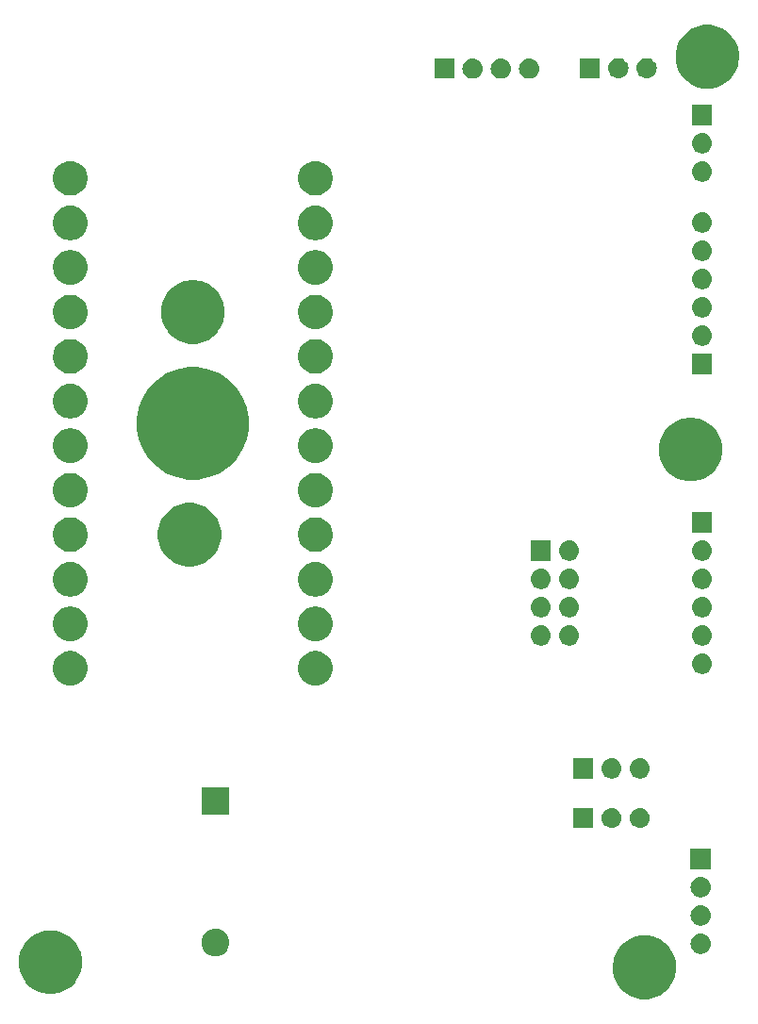
<source format=gbr>
G04 #@! TF.GenerationSoftware,KiCad,Pcbnew,5.1.1*
G04 #@! TF.CreationDate,2019-05-21T09:35:37+02:00*
G04 #@! TF.ProjectId,lunchbox-adapter,6c756e63-6862-46f7-982d-616461707465,rev?*
G04 #@! TF.SameCoordinates,PX6d20478PY83c6600*
G04 #@! TF.FileFunction,Soldermask,Bot*
G04 #@! TF.FilePolarity,Negative*
%FSLAX46Y46*%
G04 Gerber Fmt 4.6, Leading zero omitted, Abs format (unit mm)*
G04 Created by KiCad (PCBNEW 5.1.1) date 2019-05-21 09:35:37*
%MOMM*%
%LPD*%
G04 APERTURE LIST*
%ADD10C,0.100000*%
G04 APERTURE END LIST*
D10*
G36*
X58019706Y6221238D02*
G01*
X58538555Y6006324D01*
X58900279Y5764627D01*
X59005506Y5694317D01*
X59402617Y5297206D01*
X59439816Y5241534D01*
X59714624Y4830255D01*
X59929538Y4311406D01*
X59984319Y4036002D01*
X60039100Y3760600D01*
X60039100Y3199000D01*
X59929538Y2648194D01*
X59714624Y2129345D01*
X59402616Y1662393D01*
X59005507Y1265284D01*
X58538555Y953276D01*
X58019706Y738362D01*
X57468900Y628800D01*
X56907300Y628800D01*
X56356494Y738362D01*
X55837645Y953276D01*
X55370693Y1265284D01*
X54973584Y1662393D01*
X54661576Y2129345D01*
X54446662Y2648194D01*
X54337100Y3199000D01*
X54337100Y3760600D01*
X54391881Y4036002D01*
X54446662Y4311406D01*
X54661576Y4830255D01*
X54936384Y5241534D01*
X54973583Y5297206D01*
X55370694Y5694317D01*
X55475921Y5764627D01*
X55837645Y6006324D01*
X56356494Y6221238D01*
X56907300Y6330800D01*
X57468900Y6330800D01*
X58019706Y6221238D01*
X58019706Y6221238D01*
G37*
G36*
X4391602Y6733219D02*
G01*
X4667006Y6678438D01*
X5185855Y6463524D01*
X5652807Y6151516D01*
X6049916Y5754407D01*
X6361924Y5287455D01*
X6553011Y4826129D01*
X6576838Y4768605D01*
X6667781Y4311406D01*
X6686400Y4217799D01*
X6686400Y3656201D01*
X6576838Y3105394D01*
X6361924Y2586545D01*
X6111979Y2212476D01*
X6056434Y2129347D01*
X6049916Y2119593D01*
X5652807Y1722484D01*
X5185855Y1410476D01*
X4667006Y1195562D01*
X4391602Y1140781D01*
X4116200Y1086000D01*
X3554600Y1086000D01*
X3279198Y1140781D01*
X3003794Y1195562D01*
X2484945Y1410476D01*
X2017993Y1722484D01*
X1620884Y2119593D01*
X1614367Y2129347D01*
X1558821Y2212476D01*
X1308876Y2586545D01*
X1093962Y3105394D01*
X984400Y3656201D01*
X984400Y4217799D01*
X1003020Y4311406D01*
X1093962Y4768605D01*
X1117789Y4826129D01*
X1308876Y5287455D01*
X1620884Y5754407D01*
X2017993Y6151516D01*
X2484945Y6463524D01*
X3003794Y6678438D01*
X3279198Y6733219D01*
X3554600Y6788000D01*
X4116200Y6788000D01*
X4391602Y6733219D01*
X4391602Y6733219D01*
G37*
G36*
X18914239Y6947899D02*
G01*
X19150053Y6876366D01*
X19367381Y6760201D01*
X19557871Y6603871D01*
X19714201Y6413381D01*
X19830366Y6196053D01*
X19901899Y5960239D01*
X19926053Y5715000D01*
X19901899Y5469761D01*
X19830366Y5233947D01*
X19714201Y5016619D01*
X19557871Y4826129D01*
X19367381Y4669799D01*
X19150053Y4553634D01*
X18914239Y4482101D01*
X18730457Y4464000D01*
X18607543Y4464000D01*
X18423761Y4482101D01*
X18187947Y4553634D01*
X17970619Y4669799D01*
X17780129Y4826129D01*
X17623799Y5016619D01*
X17507634Y5233947D01*
X17436101Y5469761D01*
X17411947Y5715000D01*
X17436101Y5960239D01*
X17507634Y6196053D01*
X17623799Y6413381D01*
X17780129Y6603871D01*
X17970619Y6760201D01*
X18187947Y6876366D01*
X18423761Y6947899D01*
X18607543Y6966000D01*
X18730457Y6966000D01*
X18914239Y6947899D01*
X18914239Y6947899D01*
G37*
G36*
X62340443Y6482481D02*
G01*
X62406627Y6475963D01*
X62576466Y6424443D01*
X62732991Y6340778D01*
X62745149Y6330800D01*
X62870186Y6228186D01*
X62953448Y6126729D01*
X62982778Y6090991D01*
X63066443Y5934466D01*
X63117963Y5764627D01*
X63135359Y5588000D01*
X63117963Y5411373D01*
X63066443Y5241534D01*
X62982778Y5085009D01*
X62953448Y5049271D01*
X62870186Y4947814D01*
X62768729Y4864552D01*
X62732991Y4835222D01*
X62576466Y4751557D01*
X62406627Y4700037D01*
X62340442Y4693518D01*
X62274260Y4687000D01*
X62185740Y4687000D01*
X62119558Y4693518D01*
X62053373Y4700037D01*
X61883534Y4751557D01*
X61727009Y4835222D01*
X61691271Y4864552D01*
X61589814Y4947814D01*
X61506552Y5049271D01*
X61477222Y5085009D01*
X61393557Y5241534D01*
X61342037Y5411373D01*
X61324641Y5588000D01*
X61342037Y5764627D01*
X61393557Y5934466D01*
X61477222Y6090991D01*
X61506552Y6126729D01*
X61589814Y6228186D01*
X61714851Y6330800D01*
X61727009Y6340778D01*
X61883534Y6424443D01*
X62053373Y6475963D01*
X62119557Y6482481D01*
X62185740Y6489000D01*
X62274260Y6489000D01*
X62340443Y6482481D01*
X62340443Y6482481D01*
G37*
G36*
X62340443Y9022481D02*
G01*
X62406627Y9015963D01*
X62576466Y8964443D01*
X62732991Y8880778D01*
X62768729Y8851448D01*
X62870186Y8768186D01*
X62953448Y8666729D01*
X62982778Y8630991D01*
X63066443Y8474466D01*
X63117963Y8304627D01*
X63135359Y8128000D01*
X63117963Y7951373D01*
X63066443Y7781534D01*
X62982778Y7625009D01*
X62953448Y7589271D01*
X62870186Y7487814D01*
X62768729Y7404552D01*
X62732991Y7375222D01*
X62576466Y7291557D01*
X62406627Y7240037D01*
X62340443Y7233519D01*
X62274260Y7227000D01*
X62185740Y7227000D01*
X62119557Y7233519D01*
X62053373Y7240037D01*
X61883534Y7291557D01*
X61727009Y7375222D01*
X61691271Y7404552D01*
X61589814Y7487814D01*
X61506552Y7589271D01*
X61477222Y7625009D01*
X61393557Y7781534D01*
X61342037Y7951373D01*
X61324641Y8128000D01*
X61342037Y8304627D01*
X61393557Y8474466D01*
X61477222Y8630991D01*
X61506552Y8666729D01*
X61589814Y8768186D01*
X61691271Y8851448D01*
X61727009Y8880778D01*
X61883534Y8964443D01*
X62053373Y9015963D01*
X62119557Y9022481D01*
X62185740Y9029000D01*
X62274260Y9029000D01*
X62340443Y9022481D01*
X62340443Y9022481D01*
G37*
G36*
X62340442Y11562482D02*
G01*
X62406627Y11555963D01*
X62576466Y11504443D01*
X62732991Y11420778D01*
X62768729Y11391448D01*
X62870186Y11308186D01*
X62953448Y11206729D01*
X62982778Y11170991D01*
X63066443Y11014466D01*
X63117963Y10844627D01*
X63135359Y10668000D01*
X63117963Y10491373D01*
X63066443Y10321534D01*
X62982778Y10165009D01*
X62953448Y10129271D01*
X62870186Y10027814D01*
X62768729Y9944552D01*
X62732991Y9915222D01*
X62576466Y9831557D01*
X62406627Y9780037D01*
X62340443Y9773519D01*
X62274260Y9767000D01*
X62185740Y9767000D01*
X62119557Y9773519D01*
X62053373Y9780037D01*
X61883534Y9831557D01*
X61727009Y9915222D01*
X61691271Y9944552D01*
X61589814Y10027814D01*
X61506552Y10129271D01*
X61477222Y10165009D01*
X61393557Y10321534D01*
X61342037Y10491373D01*
X61324641Y10668000D01*
X61342037Y10844627D01*
X61393557Y11014466D01*
X61477222Y11170991D01*
X61506552Y11206729D01*
X61589814Y11308186D01*
X61691271Y11391448D01*
X61727009Y11420778D01*
X61883534Y11504443D01*
X62053373Y11555963D01*
X62119558Y11562482D01*
X62185740Y11569000D01*
X62274260Y11569000D01*
X62340442Y11562482D01*
X62340442Y11562482D01*
G37*
G36*
X63131000Y12307000D02*
G01*
X61329000Y12307000D01*
X61329000Y14109000D01*
X63131000Y14109000D01*
X63131000Y12307000D01*
X63131000Y12307000D01*
G37*
G36*
X54339443Y17785481D02*
G01*
X54405627Y17778963D01*
X54575466Y17727443D01*
X54731991Y17643778D01*
X54767729Y17614448D01*
X54869186Y17531186D01*
X54952448Y17429729D01*
X54981778Y17393991D01*
X55065443Y17237466D01*
X55116963Y17067627D01*
X55134359Y16891000D01*
X55116963Y16714373D01*
X55065443Y16544534D01*
X54981778Y16388009D01*
X54952448Y16352271D01*
X54869186Y16250814D01*
X54767729Y16167552D01*
X54731991Y16138222D01*
X54575466Y16054557D01*
X54405627Y16003037D01*
X54339442Y15996518D01*
X54273260Y15990000D01*
X54184740Y15990000D01*
X54118558Y15996518D01*
X54052373Y16003037D01*
X53882534Y16054557D01*
X53726009Y16138222D01*
X53690271Y16167552D01*
X53588814Y16250814D01*
X53505552Y16352271D01*
X53476222Y16388009D01*
X53392557Y16544534D01*
X53341037Y16714373D01*
X53323641Y16891000D01*
X53341037Y17067627D01*
X53392557Y17237466D01*
X53476222Y17393991D01*
X53505552Y17429729D01*
X53588814Y17531186D01*
X53690271Y17614448D01*
X53726009Y17643778D01*
X53882534Y17727443D01*
X54052373Y17778963D01*
X54118557Y17785481D01*
X54184740Y17792000D01*
X54273260Y17792000D01*
X54339443Y17785481D01*
X54339443Y17785481D01*
G37*
G36*
X52590000Y15990000D02*
G01*
X50788000Y15990000D01*
X50788000Y17792000D01*
X52590000Y17792000D01*
X52590000Y15990000D01*
X52590000Y15990000D01*
G37*
G36*
X56879443Y17785481D02*
G01*
X56945627Y17778963D01*
X57115466Y17727443D01*
X57271991Y17643778D01*
X57307729Y17614448D01*
X57409186Y17531186D01*
X57492448Y17429729D01*
X57521778Y17393991D01*
X57605443Y17237466D01*
X57656963Y17067627D01*
X57674359Y16891000D01*
X57656963Y16714373D01*
X57605443Y16544534D01*
X57521778Y16388009D01*
X57492448Y16352271D01*
X57409186Y16250814D01*
X57307729Y16167552D01*
X57271991Y16138222D01*
X57115466Y16054557D01*
X56945627Y16003037D01*
X56879442Y15996518D01*
X56813260Y15990000D01*
X56724740Y15990000D01*
X56658558Y15996518D01*
X56592373Y16003037D01*
X56422534Y16054557D01*
X56266009Y16138222D01*
X56230271Y16167552D01*
X56128814Y16250814D01*
X56045552Y16352271D01*
X56016222Y16388009D01*
X55932557Y16544534D01*
X55881037Y16714373D01*
X55863641Y16891000D01*
X55881037Y17067627D01*
X55932557Y17237466D01*
X56016222Y17393991D01*
X56045552Y17429729D01*
X56128814Y17531186D01*
X56230271Y17614448D01*
X56266009Y17643778D01*
X56422534Y17727443D01*
X56592373Y17778963D01*
X56658557Y17785481D01*
X56724740Y17792000D01*
X56813260Y17792000D01*
X56879443Y17785481D01*
X56879443Y17785481D01*
G37*
G36*
X19920000Y17164000D02*
G01*
X17418000Y17164000D01*
X17418000Y19666000D01*
X19920000Y19666000D01*
X19920000Y17164000D01*
X19920000Y17164000D01*
G37*
G36*
X52590000Y20435000D02*
G01*
X50788000Y20435000D01*
X50788000Y22237000D01*
X52590000Y22237000D01*
X52590000Y20435000D01*
X52590000Y20435000D01*
G37*
G36*
X54339442Y22230482D02*
G01*
X54405627Y22223963D01*
X54575466Y22172443D01*
X54731991Y22088778D01*
X54767729Y22059448D01*
X54869186Y21976186D01*
X54952448Y21874729D01*
X54981778Y21838991D01*
X55065443Y21682466D01*
X55116963Y21512627D01*
X55134359Y21336000D01*
X55116963Y21159373D01*
X55065443Y20989534D01*
X54981778Y20833009D01*
X54952448Y20797271D01*
X54869186Y20695814D01*
X54767729Y20612552D01*
X54731991Y20583222D01*
X54575466Y20499557D01*
X54405627Y20448037D01*
X54339442Y20441518D01*
X54273260Y20435000D01*
X54184740Y20435000D01*
X54118558Y20441518D01*
X54052373Y20448037D01*
X53882534Y20499557D01*
X53726009Y20583222D01*
X53690271Y20612552D01*
X53588814Y20695814D01*
X53505552Y20797271D01*
X53476222Y20833009D01*
X53392557Y20989534D01*
X53341037Y21159373D01*
X53323641Y21336000D01*
X53341037Y21512627D01*
X53392557Y21682466D01*
X53476222Y21838991D01*
X53505552Y21874729D01*
X53588814Y21976186D01*
X53690271Y22059448D01*
X53726009Y22088778D01*
X53882534Y22172443D01*
X54052373Y22223963D01*
X54118558Y22230482D01*
X54184740Y22237000D01*
X54273260Y22237000D01*
X54339442Y22230482D01*
X54339442Y22230482D01*
G37*
G36*
X56879442Y22230482D02*
G01*
X56945627Y22223963D01*
X57115466Y22172443D01*
X57271991Y22088778D01*
X57307729Y22059448D01*
X57409186Y21976186D01*
X57492448Y21874729D01*
X57521778Y21838991D01*
X57605443Y21682466D01*
X57656963Y21512627D01*
X57674359Y21336000D01*
X57656963Y21159373D01*
X57605443Y20989534D01*
X57521778Y20833009D01*
X57492448Y20797271D01*
X57409186Y20695814D01*
X57307729Y20612552D01*
X57271991Y20583222D01*
X57115466Y20499557D01*
X56945627Y20448037D01*
X56879442Y20441518D01*
X56813260Y20435000D01*
X56724740Y20435000D01*
X56658558Y20441518D01*
X56592373Y20448037D01*
X56422534Y20499557D01*
X56266009Y20583222D01*
X56230271Y20612552D01*
X56128814Y20695814D01*
X56045552Y20797271D01*
X56016222Y20833009D01*
X55932557Y20989534D01*
X55881037Y21159373D01*
X55863641Y21336000D01*
X55881037Y21512627D01*
X55932557Y21682466D01*
X56016222Y21838991D01*
X56045552Y21874729D01*
X56128814Y21976186D01*
X56230271Y22059448D01*
X56266009Y22088778D01*
X56422534Y22172443D01*
X56592373Y22223963D01*
X56658558Y22230482D01*
X56724740Y22237000D01*
X56813260Y22237000D01*
X56879442Y22230482D01*
X56879442Y22230482D01*
G37*
G36*
X5939585Y31845198D02*
G01*
X6089410Y31815396D01*
X6371674Y31698479D01*
X6625705Y31528741D01*
X6841741Y31312705D01*
X7011479Y31058674D01*
X7128396Y30776410D01*
X7188000Y30476760D01*
X7188000Y30171240D01*
X7128396Y29871590D01*
X7011479Y29589326D01*
X6841741Y29335295D01*
X6625705Y29119259D01*
X6371674Y28949521D01*
X6089410Y28832604D01*
X5939585Y28802802D01*
X5789761Y28773000D01*
X5484239Y28773000D01*
X5334415Y28802802D01*
X5184590Y28832604D01*
X4902326Y28949521D01*
X4648295Y29119259D01*
X4432259Y29335295D01*
X4262521Y29589326D01*
X4145604Y29871590D01*
X4086000Y30171240D01*
X4086000Y30476760D01*
X4145604Y30776410D01*
X4262521Y31058674D01*
X4432259Y31312705D01*
X4648295Y31528741D01*
X4902326Y31698479D01*
X5184590Y31815396D01*
X5334415Y31845198D01*
X5484239Y31875000D01*
X5789761Y31875000D01*
X5939585Y31845198D01*
X5939585Y31845198D01*
G37*
G36*
X27939585Y31845198D02*
G01*
X28089410Y31815396D01*
X28371674Y31698479D01*
X28625705Y31528741D01*
X28841741Y31312705D01*
X29011479Y31058674D01*
X29128396Y30776410D01*
X29188000Y30476760D01*
X29188000Y30171240D01*
X29128396Y29871590D01*
X29011479Y29589326D01*
X28841741Y29335295D01*
X28625705Y29119259D01*
X28371674Y28949521D01*
X28089410Y28832604D01*
X27939585Y28802802D01*
X27789761Y28773000D01*
X27484239Y28773000D01*
X27334415Y28802802D01*
X27184590Y28832604D01*
X26902326Y28949521D01*
X26648295Y29119259D01*
X26432259Y29335295D01*
X26262521Y29589326D01*
X26145604Y29871590D01*
X26086000Y30171240D01*
X26086000Y30476760D01*
X26145604Y30776410D01*
X26262521Y31058674D01*
X26432259Y31312705D01*
X26648295Y31528741D01*
X26902326Y31698479D01*
X27184590Y31815396D01*
X27334415Y31845198D01*
X27484239Y31875000D01*
X27789761Y31875000D01*
X27939585Y31845198D01*
X27939585Y31845198D01*
G37*
G36*
X62467443Y31628481D02*
G01*
X62533627Y31621963D01*
X62703466Y31570443D01*
X62859991Y31486778D01*
X62895729Y31457448D01*
X62997186Y31374186D01*
X63047641Y31312705D01*
X63109778Y31236991D01*
X63193443Y31080466D01*
X63244963Y30910627D01*
X63262359Y30734000D01*
X63244963Y30557373D01*
X63193443Y30387534D01*
X63109778Y30231009D01*
X63080448Y30195271D01*
X62997186Y30093814D01*
X62895729Y30010552D01*
X62859991Y29981222D01*
X62703466Y29897557D01*
X62533627Y29846037D01*
X62467442Y29839518D01*
X62401260Y29833000D01*
X62312740Y29833000D01*
X62246558Y29839518D01*
X62180373Y29846037D01*
X62010534Y29897557D01*
X61854009Y29981222D01*
X61818271Y30010552D01*
X61716814Y30093814D01*
X61633552Y30195271D01*
X61604222Y30231009D01*
X61520557Y30387534D01*
X61469037Y30557373D01*
X61451641Y30734000D01*
X61469037Y30910627D01*
X61520557Y31080466D01*
X61604222Y31236991D01*
X61666359Y31312705D01*
X61716814Y31374186D01*
X61818271Y31457448D01*
X61854009Y31486778D01*
X62010534Y31570443D01*
X62180373Y31621963D01*
X62246557Y31628481D01*
X62312740Y31635000D01*
X62401260Y31635000D01*
X62467443Y31628481D01*
X62467443Y31628481D01*
G37*
G36*
X50529443Y34168481D02*
G01*
X50595627Y34161963D01*
X50765466Y34110443D01*
X50921991Y34026778D01*
X50957729Y33997448D01*
X51059186Y33914186D01*
X51142448Y33812729D01*
X51171778Y33776991D01*
X51255443Y33620466D01*
X51306963Y33450627D01*
X51324359Y33274000D01*
X51306963Y33097373D01*
X51255443Y32927534D01*
X51171778Y32771009D01*
X51142448Y32735271D01*
X51059186Y32633814D01*
X50957729Y32550552D01*
X50921991Y32521222D01*
X50765466Y32437557D01*
X50595627Y32386037D01*
X50529442Y32379518D01*
X50463260Y32373000D01*
X50374740Y32373000D01*
X50308558Y32379518D01*
X50242373Y32386037D01*
X50072534Y32437557D01*
X49916009Y32521222D01*
X49880271Y32550552D01*
X49778814Y32633814D01*
X49695552Y32735271D01*
X49666222Y32771009D01*
X49582557Y32927534D01*
X49531037Y33097373D01*
X49513641Y33274000D01*
X49531037Y33450627D01*
X49582557Y33620466D01*
X49666222Y33776991D01*
X49695552Y33812729D01*
X49778814Y33914186D01*
X49880271Y33997448D01*
X49916009Y34026778D01*
X50072534Y34110443D01*
X50242373Y34161963D01*
X50308558Y34168482D01*
X50374740Y34175000D01*
X50463260Y34175000D01*
X50529443Y34168481D01*
X50529443Y34168481D01*
G37*
G36*
X62467443Y34168481D02*
G01*
X62533627Y34161963D01*
X62703466Y34110443D01*
X62859991Y34026778D01*
X62895729Y33997448D01*
X62997186Y33914186D01*
X63080448Y33812729D01*
X63109778Y33776991D01*
X63193443Y33620466D01*
X63244963Y33450627D01*
X63262359Y33274000D01*
X63244963Y33097373D01*
X63193443Y32927534D01*
X63109778Y32771009D01*
X63080448Y32735271D01*
X62997186Y32633814D01*
X62895729Y32550552D01*
X62859991Y32521222D01*
X62703466Y32437557D01*
X62533627Y32386037D01*
X62467442Y32379518D01*
X62401260Y32373000D01*
X62312740Y32373000D01*
X62246558Y32379518D01*
X62180373Y32386037D01*
X62010534Y32437557D01*
X61854009Y32521222D01*
X61818271Y32550552D01*
X61716814Y32633814D01*
X61633552Y32735271D01*
X61604222Y32771009D01*
X61520557Y32927534D01*
X61469037Y33097373D01*
X61451641Y33274000D01*
X61469037Y33450627D01*
X61520557Y33620466D01*
X61604222Y33776991D01*
X61633552Y33812729D01*
X61716814Y33914186D01*
X61818271Y33997448D01*
X61854009Y34026778D01*
X62010534Y34110443D01*
X62180373Y34161963D01*
X62246558Y34168482D01*
X62312740Y34175000D01*
X62401260Y34175000D01*
X62467443Y34168481D01*
X62467443Y34168481D01*
G37*
G36*
X47989443Y34168481D02*
G01*
X48055627Y34161963D01*
X48225466Y34110443D01*
X48381991Y34026778D01*
X48417729Y33997448D01*
X48519186Y33914186D01*
X48602448Y33812729D01*
X48631778Y33776991D01*
X48715443Y33620466D01*
X48766963Y33450627D01*
X48784359Y33274000D01*
X48766963Y33097373D01*
X48715443Y32927534D01*
X48631778Y32771009D01*
X48602448Y32735271D01*
X48519186Y32633814D01*
X48417729Y32550552D01*
X48381991Y32521222D01*
X48225466Y32437557D01*
X48055627Y32386037D01*
X47989442Y32379518D01*
X47923260Y32373000D01*
X47834740Y32373000D01*
X47768558Y32379518D01*
X47702373Y32386037D01*
X47532534Y32437557D01*
X47376009Y32521222D01*
X47340271Y32550552D01*
X47238814Y32633814D01*
X47155552Y32735271D01*
X47126222Y32771009D01*
X47042557Y32927534D01*
X46991037Y33097373D01*
X46973641Y33274000D01*
X46991037Y33450627D01*
X47042557Y33620466D01*
X47126222Y33776991D01*
X47155552Y33812729D01*
X47238814Y33914186D01*
X47340271Y33997448D01*
X47376009Y34026778D01*
X47532534Y34110443D01*
X47702373Y34161963D01*
X47768558Y34168482D01*
X47834740Y34175000D01*
X47923260Y34175000D01*
X47989443Y34168481D01*
X47989443Y34168481D01*
G37*
G36*
X27939585Y35845198D02*
G01*
X28089410Y35815396D01*
X28371674Y35698479D01*
X28625705Y35528741D01*
X28841741Y35312705D01*
X29011479Y35058674D01*
X29128396Y34776410D01*
X29188000Y34476760D01*
X29188000Y34171240D01*
X29128396Y33871590D01*
X29011479Y33589326D01*
X28841741Y33335295D01*
X28625705Y33119259D01*
X28371674Y32949521D01*
X28089410Y32832604D01*
X27939585Y32802802D01*
X27789761Y32773000D01*
X27484239Y32773000D01*
X27334415Y32802802D01*
X27184590Y32832604D01*
X26902326Y32949521D01*
X26648295Y33119259D01*
X26432259Y33335295D01*
X26262521Y33589326D01*
X26145604Y33871590D01*
X26086000Y34171240D01*
X26086000Y34476760D01*
X26145604Y34776410D01*
X26262521Y35058674D01*
X26432259Y35312705D01*
X26648295Y35528741D01*
X26902326Y35698479D01*
X27184590Y35815396D01*
X27334415Y35845198D01*
X27484239Y35875000D01*
X27789761Y35875000D01*
X27939585Y35845198D01*
X27939585Y35845198D01*
G37*
G36*
X5939585Y35845198D02*
G01*
X6089410Y35815396D01*
X6371674Y35698479D01*
X6625705Y35528741D01*
X6841741Y35312705D01*
X7011479Y35058674D01*
X7128396Y34776410D01*
X7188000Y34476760D01*
X7188000Y34171240D01*
X7128396Y33871590D01*
X7011479Y33589326D01*
X6841741Y33335295D01*
X6625705Y33119259D01*
X6371674Y32949521D01*
X6089410Y32832604D01*
X5939585Y32802802D01*
X5789761Y32773000D01*
X5484239Y32773000D01*
X5334415Y32802802D01*
X5184590Y32832604D01*
X4902326Y32949521D01*
X4648295Y33119259D01*
X4432259Y33335295D01*
X4262521Y33589326D01*
X4145604Y33871590D01*
X4086000Y34171240D01*
X4086000Y34476760D01*
X4145604Y34776410D01*
X4262521Y35058674D01*
X4432259Y35312705D01*
X4648295Y35528741D01*
X4902326Y35698479D01*
X5184590Y35815396D01*
X5334415Y35845198D01*
X5484239Y35875000D01*
X5789761Y35875000D01*
X5939585Y35845198D01*
X5939585Y35845198D01*
G37*
G36*
X62467442Y36708482D02*
G01*
X62533627Y36701963D01*
X62703466Y36650443D01*
X62859991Y36566778D01*
X62895729Y36537448D01*
X62997186Y36454186D01*
X63080448Y36352729D01*
X63109778Y36316991D01*
X63193443Y36160466D01*
X63244963Y35990627D01*
X63262359Y35814000D01*
X63244963Y35637373D01*
X63193443Y35467534D01*
X63109778Y35311009D01*
X63080448Y35275271D01*
X62997186Y35173814D01*
X62895729Y35090552D01*
X62859991Y35061222D01*
X62703466Y34977557D01*
X62533627Y34926037D01*
X62467442Y34919518D01*
X62401260Y34913000D01*
X62312740Y34913000D01*
X62246558Y34919518D01*
X62180373Y34926037D01*
X62010534Y34977557D01*
X61854009Y35061222D01*
X61818271Y35090552D01*
X61716814Y35173814D01*
X61633552Y35275271D01*
X61604222Y35311009D01*
X61520557Y35467534D01*
X61469037Y35637373D01*
X61451641Y35814000D01*
X61469037Y35990627D01*
X61520557Y36160466D01*
X61604222Y36316991D01*
X61633552Y36352729D01*
X61716814Y36454186D01*
X61818271Y36537448D01*
X61854009Y36566778D01*
X62010534Y36650443D01*
X62180373Y36701963D01*
X62246558Y36708482D01*
X62312740Y36715000D01*
X62401260Y36715000D01*
X62467442Y36708482D01*
X62467442Y36708482D01*
G37*
G36*
X47989442Y36708482D02*
G01*
X48055627Y36701963D01*
X48225466Y36650443D01*
X48381991Y36566778D01*
X48417729Y36537448D01*
X48519186Y36454186D01*
X48602448Y36352729D01*
X48631778Y36316991D01*
X48715443Y36160466D01*
X48766963Y35990627D01*
X48784359Y35814000D01*
X48766963Y35637373D01*
X48715443Y35467534D01*
X48631778Y35311009D01*
X48602448Y35275271D01*
X48519186Y35173814D01*
X48417729Y35090552D01*
X48381991Y35061222D01*
X48225466Y34977557D01*
X48055627Y34926037D01*
X47989442Y34919518D01*
X47923260Y34913000D01*
X47834740Y34913000D01*
X47768558Y34919518D01*
X47702373Y34926037D01*
X47532534Y34977557D01*
X47376009Y35061222D01*
X47340271Y35090552D01*
X47238814Y35173814D01*
X47155552Y35275271D01*
X47126222Y35311009D01*
X47042557Y35467534D01*
X46991037Y35637373D01*
X46973641Y35814000D01*
X46991037Y35990627D01*
X47042557Y36160466D01*
X47126222Y36316991D01*
X47155552Y36352729D01*
X47238814Y36454186D01*
X47340271Y36537448D01*
X47376009Y36566778D01*
X47532534Y36650443D01*
X47702373Y36701963D01*
X47768558Y36708482D01*
X47834740Y36715000D01*
X47923260Y36715000D01*
X47989442Y36708482D01*
X47989442Y36708482D01*
G37*
G36*
X50529442Y36708482D02*
G01*
X50595627Y36701963D01*
X50765466Y36650443D01*
X50921991Y36566778D01*
X50957729Y36537448D01*
X51059186Y36454186D01*
X51142448Y36352729D01*
X51171778Y36316991D01*
X51255443Y36160466D01*
X51306963Y35990627D01*
X51324359Y35814000D01*
X51306963Y35637373D01*
X51255443Y35467534D01*
X51171778Y35311009D01*
X51142448Y35275271D01*
X51059186Y35173814D01*
X50957729Y35090552D01*
X50921991Y35061222D01*
X50765466Y34977557D01*
X50595627Y34926037D01*
X50529442Y34919518D01*
X50463260Y34913000D01*
X50374740Y34913000D01*
X50308558Y34919518D01*
X50242373Y34926037D01*
X50072534Y34977557D01*
X49916009Y35061222D01*
X49880271Y35090552D01*
X49778814Y35173814D01*
X49695552Y35275271D01*
X49666222Y35311009D01*
X49582557Y35467534D01*
X49531037Y35637373D01*
X49513641Y35814000D01*
X49531037Y35990627D01*
X49582557Y36160466D01*
X49666222Y36316991D01*
X49695552Y36352729D01*
X49778814Y36454186D01*
X49880271Y36537448D01*
X49916009Y36566778D01*
X50072534Y36650443D01*
X50242373Y36701963D01*
X50308558Y36708482D01*
X50374740Y36715000D01*
X50463260Y36715000D01*
X50529442Y36708482D01*
X50529442Y36708482D01*
G37*
G36*
X27939585Y39845198D02*
G01*
X28089410Y39815396D01*
X28371674Y39698479D01*
X28625705Y39528741D01*
X28841741Y39312705D01*
X29011479Y39058674D01*
X29128396Y38776410D01*
X29188000Y38476760D01*
X29188000Y38171240D01*
X29128396Y37871590D01*
X29011479Y37589326D01*
X28841741Y37335295D01*
X28625705Y37119259D01*
X28371674Y36949521D01*
X28089410Y36832604D01*
X27939585Y36802802D01*
X27789761Y36773000D01*
X27484239Y36773000D01*
X27334415Y36802802D01*
X27184590Y36832604D01*
X26902326Y36949521D01*
X26648295Y37119259D01*
X26432259Y37335295D01*
X26262521Y37589326D01*
X26145604Y37871590D01*
X26086000Y38171240D01*
X26086000Y38476760D01*
X26145604Y38776410D01*
X26262521Y39058674D01*
X26432259Y39312705D01*
X26648295Y39528741D01*
X26902326Y39698479D01*
X27184590Y39815396D01*
X27334415Y39845198D01*
X27484239Y39875000D01*
X27789761Y39875000D01*
X27939585Y39845198D01*
X27939585Y39845198D01*
G37*
G36*
X5939585Y39845198D02*
G01*
X6089410Y39815396D01*
X6371674Y39698479D01*
X6625705Y39528741D01*
X6841741Y39312705D01*
X7011479Y39058674D01*
X7128396Y38776410D01*
X7188000Y38476760D01*
X7188000Y38171240D01*
X7128396Y37871590D01*
X7011479Y37589326D01*
X6841741Y37335295D01*
X6625705Y37119259D01*
X6371674Y36949521D01*
X6089410Y36832604D01*
X5939585Y36802802D01*
X5789761Y36773000D01*
X5484239Y36773000D01*
X5334415Y36802802D01*
X5184590Y36832604D01*
X4902326Y36949521D01*
X4648295Y37119259D01*
X4432259Y37335295D01*
X4262521Y37589326D01*
X4145604Y37871590D01*
X4086000Y38171240D01*
X4086000Y38476760D01*
X4145604Y38776410D01*
X4262521Y39058674D01*
X4432259Y39312705D01*
X4648295Y39528741D01*
X4902326Y39698479D01*
X5184590Y39815396D01*
X5334415Y39845198D01*
X5484239Y39875000D01*
X5789761Y39875000D01*
X5939585Y39845198D01*
X5939585Y39845198D01*
G37*
G36*
X47989442Y39248482D02*
G01*
X48055627Y39241963D01*
X48225466Y39190443D01*
X48381991Y39106778D01*
X48417729Y39077448D01*
X48519186Y38994186D01*
X48602448Y38892729D01*
X48631778Y38856991D01*
X48715443Y38700466D01*
X48766963Y38530627D01*
X48784359Y38354000D01*
X48766963Y38177373D01*
X48715443Y38007534D01*
X48631778Y37851009D01*
X48602448Y37815271D01*
X48519186Y37713814D01*
X48417729Y37630552D01*
X48381991Y37601222D01*
X48225466Y37517557D01*
X48055627Y37466037D01*
X47989443Y37459519D01*
X47923260Y37453000D01*
X47834740Y37453000D01*
X47768558Y37459518D01*
X47702373Y37466037D01*
X47532534Y37517557D01*
X47376009Y37601222D01*
X47340271Y37630552D01*
X47238814Y37713814D01*
X47155552Y37815271D01*
X47126222Y37851009D01*
X47042557Y38007534D01*
X46991037Y38177373D01*
X46973641Y38354000D01*
X46991037Y38530627D01*
X47042557Y38700466D01*
X47126222Y38856991D01*
X47155552Y38892729D01*
X47238814Y38994186D01*
X47340271Y39077448D01*
X47376009Y39106778D01*
X47532534Y39190443D01*
X47702373Y39241963D01*
X47768557Y39248481D01*
X47834740Y39255000D01*
X47923260Y39255000D01*
X47989442Y39248482D01*
X47989442Y39248482D01*
G37*
G36*
X62467442Y39248482D02*
G01*
X62533627Y39241963D01*
X62703466Y39190443D01*
X62859991Y39106778D01*
X62895729Y39077448D01*
X62997186Y38994186D01*
X63080448Y38892729D01*
X63109778Y38856991D01*
X63193443Y38700466D01*
X63244963Y38530627D01*
X63262359Y38354000D01*
X63244963Y38177373D01*
X63193443Y38007534D01*
X63109778Y37851009D01*
X63080448Y37815271D01*
X62997186Y37713814D01*
X62895729Y37630552D01*
X62859991Y37601222D01*
X62703466Y37517557D01*
X62533627Y37466037D01*
X62467443Y37459519D01*
X62401260Y37453000D01*
X62312740Y37453000D01*
X62246558Y37459518D01*
X62180373Y37466037D01*
X62010534Y37517557D01*
X61854009Y37601222D01*
X61818271Y37630552D01*
X61716814Y37713814D01*
X61633552Y37815271D01*
X61604222Y37851009D01*
X61520557Y38007534D01*
X61469037Y38177373D01*
X61451641Y38354000D01*
X61469037Y38530627D01*
X61520557Y38700466D01*
X61604222Y38856991D01*
X61633552Y38892729D01*
X61716814Y38994186D01*
X61818271Y39077448D01*
X61854009Y39106778D01*
X62010534Y39190443D01*
X62180373Y39241963D01*
X62246557Y39248481D01*
X62312740Y39255000D01*
X62401260Y39255000D01*
X62467442Y39248482D01*
X62467442Y39248482D01*
G37*
G36*
X50529442Y39248482D02*
G01*
X50595627Y39241963D01*
X50765466Y39190443D01*
X50921991Y39106778D01*
X50957729Y39077448D01*
X51059186Y38994186D01*
X51142448Y38892729D01*
X51171778Y38856991D01*
X51255443Y38700466D01*
X51306963Y38530627D01*
X51324359Y38354000D01*
X51306963Y38177373D01*
X51255443Y38007534D01*
X51171778Y37851009D01*
X51142448Y37815271D01*
X51059186Y37713814D01*
X50957729Y37630552D01*
X50921991Y37601222D01*
X50765466Y37517557D01*
X50595627Y37466037D01*
X50529443Y37459519D01*
X50463260Y37453000D01*
X50374740Y37453000D01*
X50308558Y37459518D01*
X50242373Y37466037D01*
X50072534Y37517557D01*
X49916009Y37601222D01*
X49880271Y37630552D01*
X49778814Y37713814D01*
X49695552Y37815271D01*
X49666222Y37851009D01*
X49582557Y38007534D01*
X49531037Y38177373D01*
X49513641Y38354000D01*
X49531037Y38530627D01*
X49582557Y38700466D01*
X49666222Y38856991D01*
X49695552Y38892729D01*
X49778814Y38994186D01*
X49880271Y39077448D01*
X49916009Y39106778D01*
X50072534Y39190443D01*
X50242373Y39241963D01*
X50308557Y39248481D01*
X50374740Y39255000D01*
X50463260Y39255000D01*
X50529442Y39248482D01*
X50529442Y39248482D01*
G37*
G36*
X17163806Y45065438D02*
G01*
X17682655Y44850524D01*
X18149607Y44538516D01*
X18546716Y44141407D01*
X18858724Y43674455D01*
X19073638Y43155606D01*
X19183200Y42604799D01*
X19183200Y42043201D01*
X19073638Y41492394D01*
X18858724Y40973545D01*
X18546716Y40506593D01*
X18149607Y40109484D01*
X17682655Y39797476D01*
X17163806Y39582562D01*
X16893229Y39528741D01*
X16613000Y39473000D01*
X16051400Y39473000D01*
X15771171Y39528741D01*
X15500594Y39582562D01*
X14981745Y39797476D01*
X14514793Y40109484D01*
X14117684Y40506593D01*
X13805676Y40973545D01*
X13590762Y41492394D01*
X13481200Y42043201D01*
X13481200Y42604799D01*
X13590762Y43155606D01*
X13805676Y43674455D01*
X14117684Y44141407D01*
X14514793Y44538516D01*
X14981745Y44850524D01*
X15500594Y45065438D01*
X15775998Y45120219D01*
X16051400Y45175000D01*
X16613000Y45175000D01*
X17163806Y45065438D01*
X17163806Y45065438D01*
G37*
G36*
X62467442Y41788482D02*
G01*
X62533627Y41781963D01*
X62703466Y41730443D01*
X62859991Y41646778D01*
X62895729Y41617448D01*
X62997186Y41534186D01*
X63080448Y41432729D01*
X63109778Y41396991D01*
X63193443Y41240466D01*
X63244963Y41070627D01*
X63262359Y40894000D01*
X63244963Y40717373D01*
X63193443Y40547534D01*
X63109778Y40391009D01*
X63080448Y40355271D01*
X62997186Y40253814D01*
X62895729Y40170552D01*
X62859991Y40141222D01*
X62703466Y40057557D01*
X62533627Y40006037D01*
X62467442Y39999518D01*
X62401260Y39993000D01*
X62312740Y39993000D01*
X62246557Y39999519D01*
X62180373Y40006037D01*
X62010534Y40057557D01*
X61854009Y40141222D01*
X61818271Y40170552D01*
X61716814Y40253814D01*
X61633552Y40355271D01*
X61604222Y40391009D01*
X61520557Y40547534D01*
X61469037Y40717373D01*
X61451641Y40894000D01*
X61469037Y41070627D01*
X61520557Y41240466D01*
X61604222Y41396991D01*
X61633552Y41432729D01*
X61716814Y41534186D01*
X61818271Y41617448D01*
X61854009Y41646778D01*
X62010534Y41730443D01*
X62180373Y41781963D01*
X62246558Y41788482D01*
X62312740Y41795000D01*
X62401260Y41795000D01*
X62467442Y41788482D01*
X62467442Y41788482D01*
G37*
G36*
X48780000Y39993000D02*
G01*
X46978000Y39993000D01*
X46978000Y41795000D01*
X48780000Y41795000D01*
X48780000Y39993000D01*
X48780000Y39993000D01*
G37*
G36*
X50529442Y41788482D02*
G01*
X50595627Y41781963D01*
X50765466Y41730443D01*
X50921991Y41646778D01*
X50957729Y41617448D01*
X51059186Y41534186D01*
X51142448Y41432729D01*
X51171778Y41396991D01*
X51255443Y41240466D01*
X51306963Y41070627D01*
X51324359Y40894000D01*
X51306963Y40717373D01*
X51255443Y40547534D01*
X51171778Y40391009D01*
X51142448Y40355271D01*
X51059186Y40253814D01*
X50957729Y40170552D01*
X50921991Y40141222D01*
X50765466Y40057557D01*
X50595627Y40006037D01*
X50529442Y39999518D01*
X50463260Y39993000D01*
X50374740Y39993000D01*
X50308557Y39999519D01*
X50242373Y40006037D01*
X50072534Y40057557D01*
X49916009Y40141222D01*
X49880271Y40170552D01*
X49778814Y40253814D01*
X49695552Y40355271D01*
X49666222Y40391009D01*
X49582557Y40547534D01*
X49531037Y40717373D01*
X49513641Y40894000D01*
X49531037Y41070627D01*
X49582557Y41240466D01*
X49666222Y41396991D01*
X49695552Y41432729D01*
X49778814Y41534186D01*
X49880271Y41617448D01*
X49916009Y41646778D01*
X50072534Y41730443D01*
X50242373Y41781963D01*
X50308558Y41788482D01*
X50374740Y41795000D01*
X50463260Y41795000D01*
X50529442Y41788482D01*
X50529442Y41788482D01*
G37*
G36*
X5939585Y43845198D02*
G01*
X6089410Y43815396D01*
X6371674Y43698479D01*
X6625705Y43528741D01*
X6841741Y43312705D01*
X7011479Y43058674D01*
X7128396Y42776410D01*
X7128396Y42776409D01*
X7188000Y42476761D01*
X7188000Y42171239D01*
X7162531Y42043200D01*
X7128396Y41871590D01*
X7011479Y41589326D01*
X6841741Y41335295D01*
X6625705Y41119259D01*
X6371674Y40949521D01*
X6089410Y40832604D01*
X5939585Y40802802D01*
X5789761Y40773000D01*
X5484239Y40773000D01*
X5334415Y40802802D01*
X5184590Y40832604D01*
X4902326Y40949521D01*
X4648295Y41119259D01*
X4432259Y41335295D01*
X4262521Y41589326D01*
X4145604Y41871590D01*
X4111469Y42043200D01*
X4086000Y42171239D01*
X4086000Y42476761D01*
X4145604Y42776409D01*
X4145604Y42776410D01*
X4262521Y43058674D01*
X4432259Y43312705D01*
X4648295Y43528741D01*
X4902326Y43698479D01*
X5184590Y43815396D01*
X5334415Y43845198D01*
X5484239Y43875000D01*
X5789761Y43875000D01*
X5939585Y43845198D01*
X5939585Y43845198D01*
G37*
G36*
X27939585Y43845198D02*
G01*
X28089410Y43815396D01*
X28371674Y43698479D01*
X28625705Y43528741D01*
X28841741Y43312705D01*
X29011479Y43058674D01*
X29128396Y42776410D01*
X29128396Y42776409D01*
X29188000Y42476761D01*
X29188000Y42171239D01*
X29162531Y42043200D01*
X29128396Y41871590D01*
X29011479Y41589326D01*
X28841741Y41335295D01*
X28625705Y41119259D01*
X28371674Y40949521D01*
X28089410Y40832604D01*
X27939585Y40802802D01*
X27789761Y40773000D01*
X27484239Y40773000D01*
X27334415Y40802802D01*
X27184590Y40832604D01*
X26902326Y40949521D01*
X26648295Y41119259D01*
X26432259Y41335295D01*
X26262521Y41589326D01*
X26145604Y41871590D01*
X26111469Y42043200D01*
X26086000Y42171239D01*
X26086000Y42476761D01*
X26145604Y42776409D01*
X26145604Y42776410D01*
X26262521Y43058674D01*
X26432259Y43312705D01*
X26648295Y43528741D01*
X26902326Y43698479D01*
X27184590Y43815396D01*
X27334415Y43845198D01*
X27484239Y43875000D01*
X27789761Y43875000D01*
X27939585Y43845198D01*
X27939585Y43845198D01*
G37*
G36*
X63258000Y42533000D02*
G01*
X61456000Y42533000D01*
X61456000Y44335000D01*
X63258000Y44335000D01*
X63258000Y42533000D01*
X63258000Y42533000D01*
G37*
G36*
X27926192Y47847862D02*
G01*
X28089410Y47815396D01*
X28371674Y47698479D01*
X28625705Y47528741D01*
X28841741Y47312705D01*
X29011479Y47058674D01*
X29128396Y46776410D01*
X29188000Y46476760D01*
X29188000Y46171240D01*
X29128396Y45871590D01*
X29011479Y45589326D01*
X28841741Y45335295D01*
X28625705Y45119259D01*
X28371674Y44949521D01*
X28089410Y44832604D01*
X27939585Y44802802D01*
X27789761Y44773000D01*
X27484239Y44773000D01*
X27334415Y44802802D01*
X27184590Y44832604D01*
X26902326Y44949521D01*
X26648295Y45119259D01*
X26432259Y45335295D01*
X26262521Y45589326D01*
X26145604Y45871590D01*
X26086000Y46171240D01*
X26086000Y46476760D01*
X26145604Y46776410D01*
X26262521Y47058674D01*
X26432259Y47312705D01*
X26648295Y47528741D01*
X26902326Y47698479D01*
X27184590Y47815396D01*
X27347808Y47847862D01*
X27484239Y47875000D01*
X27789761Y47875000D01*
X27926192Y47847862D01*
X27926192Y47847862D01*
G37*
G36*
X5926192Y47847862D02*
G01*
X6089410Y47815396D01*
X6371674Y47698479D01*
X6625705Y47528741D01*
X6841741Y47312705D01*
X7011479Y47058674D01*
X7128396Y46776410D01*
X7188000Y46476760D01*
X7188000Y46171240D01*
X7128396Y45871590D01*
X7011479Y45589326D01*
X6841741Y45335295D01*
X6625705Y45119259D01*
X6371674Y44949521D01*
X6089410Y44832604D01*
X5939585Y44802802D01*
X5789761Y44773000D01*
X5484239Y44773000D01*
X5334415Y44802802D01*
X5184590Y44832604D01*
X4902326Y44949521D01*
X4648295Y45119259D01*
X4432259Y45335295D01*
X4262521Y45589326D01*
X4145604Y45871590D01*
X4086000Y46171240D01*
X4086000Y46476760D01*
X4145604Y46776410D01*
X4262521Y47058674D01*
X4432259Y47312705D01*
X4648295Y47528741D01*
X4902326Y47698479D01*
X5184590Y47815396D01*
X5347808Y47847862D01*
X5484239Y47875000D01*
X5789761Y47875000D01*
X5926192Y47847862D01*
X5926192Y47847862D01*
G37*
G36*
X61873035Y52773000D02*
G01*
X62159906Y52715938D01*
X62678755Y52501024D01*
X63145707Y52189016D01*
X63542816Y51791907D01*
X63854824Y51324955D01*
X64069738Y50806106D01*
X64179300Y50255299D01*
X64179300Y49693701D01*
X64069738Y49142894D01*
X63854824Y48624045D01*
X63542816Y48157093D01*
X63145707Y47759984D01*
X62678755Y47447976D01*
X62159906Y47233062D01*
X61609100Y47123500D01*
X61047500Y47123500D01*
X60496694Y47233062D01*
X59977845Y47447976D01*
X59510893Y47759984D01*
X59113784Y48157093D01*
X58801776Y48624045D01*
X58586862Y49142894D01*
X58477300Y49693701D01*
X58477300Y50255299D01*
X58586862Y50806106D01*
X58801776Y51324955D01*
X59113784Y51791907D01*
X59510893Y52189016D01*
X59977845Y52501024D01*
X60496694Y52715938D01*
X60783565Y52773000D01*
X61047500Y52825500D01*
X61609100Y52825500D01*
X61873035Y52773000D01*
X61873035Y52773000D01*
G37*
G36*
X17334086Y57335296D02*
G01*
X18110322Y57180893D01*
X19029546Y56800138D01*
X19856825Y56247368D01*
X20560368Y55543825D01*
X21113138Y54716546D01*
X21493893Y53797322D01*
X21535266Y53589326D01*
X21687201Y52825500D01*
X21688000Y52821480D01*
X21688000Y51826520D01*
X21493893Y50850678D01*
X21113138Y49931454D01*
X20560368Y49104175D01*
X19856825Y48400632D01*
X19029546Y47847862D01*
X18110322Y47467107D01*
X17622401Y47370053D01*
X17134481Y47273000D01*
X16139519Y47273000D01*
X15651599Y47370054D01*
X15163678Y47467107D01*
X14244454Y47847862D01*
X13417175Y48400632D01*
X12713632Y49104175D01*
X12160862Y49931454D01*
X11780107Y50850678D01*
X11586000Y51826520D01*
X11586000Y52821480D01*
X11586800Y52825500D01*
X11738734Y53589326D01*
X11780107Y53797322D01*
X12160862Y54716546D01*
X12713632Y55543825D01*
X13417175Y56247368D01*
X14244454Y56800138D01*
X15163678Y57180893D01*
X15939914Y57335296D01*
X16139519Y57375000D01*
X17134481Y57375000D01*
X17334086Y57335296D01*
X17334086Y57335296D01*
G37*
G36*
X27939585Y51845198D02*
G01*
X28089410Y51815396D01*
X28371674Y51698479D01*
X28625705Y51528741D01*
X28841741Y51312705D01*
X29011479Y51058674D01*
X29128396Y50776410D01*
X29188000Y50476760D01*
X29188000Y50171240D01*
X29128396Y49871590D01*
X29011479Y49589326D01*
X28841741Y49335295D01*
X28625705Y49119259D01*
X28371674Y48949521D01*
X28089410Y48832604D01*
X27939585Y48802802D01*
X27789761Y48773000D01*
X27484239Y48773000D01*
X27334415Y48802802D01*
X27184590Y48832604D01*
X26902326Y48949521D01*
X26648295Y49119259D01*
X26432259Y49335295D01*
X26262521Y49589326D01*
X26145604Y49871590D01*
X26086000Y50171240D01*
X26086000Y50476760D01*
X26145604Y50776410D01*
X26262521Y51058674D01*
X26432259Y51312705D01*
X26648295Y51528741D01*
X26902326Y51698479D01*
X27184590Y51815396D01*
X27334415Y51845198D01*
X27484239Y51875000D01*
X27789761Y51875000D01*
X27939585Y51845198D01*
X27939585Y51845198D01*
G37*
G36*
X5939585Y51845198D02*
G01*
X6089410Y51815396D01*
X6371674Y51698479D01*
X6625705Y51528741D01*
X6841741Y51312705D01*
X7011479Y51058674D01*
X7128396Y50776410D01*
X7188000Y50476760D01*
X7188000Y50171240D01*
X7128396Y49871590D01*
X7011479Y49589326D01*
X6841741Y49335295D01*
X6625705Y49119259D01*
X6371674Y48949521D01*
X6089410Y48832604D01*
X5939585Y48802802D01*
X5789761Y48773000D01*
X5484239Y48773000D01*
X5334415Y48802802D01*
X5184590Y48832604D01*
X4902326Y48949521D01*
X4648295Y49119259D01*
X4432259Y49335295D01*
X4262521Y49589326D01*
X4145604Y49871590D01*
X4086000Y50171240D01*
X4086000Y50476760D01*
X4145604Y50776410D01*
X4262521Y51058674D01*
X4432259Y51312705D01*
X4648295Y51528741D01*
X4902326Y51698479D01*
X5184590Y51815396D01*
X5334415Y51845198D01*
X5484239Y51875000D01*
X5789761Y51875000D01*
X5939585Y51845198D01*
X5939585Y51845198D01*
G37*
G36*
X27939585Y55845198D02*
G01*
X28089410Y55815396D01*
X28371674Y55698479D01*
X28625705Y55528741D01*
X28841741Y55312705D01*
X29011479Y55058674D01*
X29128396Y54776410D01*
X29188000Y54476760D01*
X29188000Y54171240D01*
X29128396Y53871590D01*
X29011479Y53589326D01*
X28841741Y53335295D01*
X28625705Y53119259D01*
X28371674Y52949521D01*
X28089410Y52832604D01*
X27939585Y52802802D01*
X27789761Y52773000D01*
X27484239Y52773000D01*
X27334415Y52802802D01*
X27184590Y52832604D01*
X26902326Y52949521D01*
X26648295Y53119259D01*
X26432259Y53335295D01*
X26262521Y53589326D01*
X26145604Y53871590D01*
X26086000Y54171240D01*
X26086000Y54476760D01*
X26145604Y54776410D01*
X26262521Y55058674D01*
X26432259Y55312705D01*
X26648295Y55528741D01*
X26902326Y55698479D01*
X27184590Y55815396D01*
X27334415Y55845198D01*
X27484239Y55875000D01*
X27789761Y55875000D01*
X27939585Y55845198D01*
X27939585Y55845198D01*
G37*
G36*
X5939585Y55845198D02*
G01*
X6089410Y55815396D01*
X6371674Y55698479D01*
X6625705Y55528741D01*
X6841741Y55312705D01*
X7011479Y55058674D01*
X7128396Y54776410D01*
X7188000Y54476760D01*
X7188000Y54171240D01*
X7128396Y53871590D01*
X7011479Y53589326D01*
X6841741Y53335295D01*
X6625705Y53119259D01*
X6371674Y52949521D01*
X6089410Y52832604D01*
X5939585Y52802802D01*
X5789761Y52773000D01*
X5484239Y52773000D01*
X5334415Y52802802D01*
X5184590Y52832604D01*
X4902326Y52949521D01*
X4648295Y53119259D01*
X4432259Y53335295D01*
X4262521Y53589326D01*
X4145604Y53871590D01*
X4086000Y54171240D01*
X4086000Y54476760D01*
X4145604Y54776410D01*
X4262521Y55058674D01*
X4432259Y55312705D01*
X4648295Y55528741D01*
X4902326Y55698479D01*
X5184590Y55815396D01*
X5334415Y55845198D01*
X5484239Y55875000D01*
X5789761Y55875000D01*
X5939585Y55845198D01*
X5939585Y55845198D01*
G37*
G36*
X63258000Y56757000D02*
G01*
X61456000Y56757000D01*
X61456000Y58559000D01*
X63258000Y58559000D01*
X63258000Y56757000D01*
X63258000Y56757000D01*
G37*
G36*
X27907732Y59851534D02*
G01*
X28089410Y59815396D01*
X28371674Y59698479D01*
X28625705Y59528741D01*
X28841741Y59312705D01*
X29011479Y59058674D01*
X29128396Y58776410D01*
X29128396Y58776409D01*
X29171642Y58559000D01*
X29188000Y58476760D01*
X29188000Y58171240D01*
X29128396Y57871590D01*
X29011479Y57589326D01*
X28841741Y57335295D01*
X28625705Y57119259D01*
X28371674Y56949521D01*
X28089410Y56832604D01*
X27939585Y56802802D01*
X27789761Y56773000D01*
X27484239Y56773000D01*
X27334415Y56802802D01*
X27184590Y56832604D01*
X26902326Y56949521D01*
X26648295Y57119259D01*
X26432259Y57335295D01*
X26262521Y57589326D01*
X26145604Y57871590D01*
X26086000Y58171240D01*
X26086000Y58476760D01*
X26102359Y58559000D01*
X26145604Y58776409D01*
X26145604Y58776410D01*
X26262521Y59058674D01*
X26432259Y59312705D01*
X26648295Y59528741D01*
X26902326Y59698479D01*
X27184590Y59815396D01*
X27366268Y59851534D01*
X27484239Y59875000D01*
X27789761Y59875000D01*
X27907732Y59851534D01*
X27907732Y59851534D01*
G37*
G36*
X5907732Y59851534D02*
G01*
X6089410Y59815396D01*
X6371674Y59698479D01*
X6625705Y59528741D01*
X6841741Y59312705D01*
X7011479Y59058674D01*
X7128396Y58776410D01*
X7128396Y58776409D01*
X7171642Y58559000D01*
X7188000Y58476760D01*
X7188000Y58171240D01*
X7128396Y57871590D01*
X7011479Y57589326D01*
X6841741Y57335295D01*
X6625705Y57119259D01*
X6371674Y56949521D01*
X6089410Y56832604D01*
X5939585Y56802802D01*
X5789761Y56773000D01*
X5484239Y56773000D01*
X5334415Y56802802D01*
X5184590Y56832604D01*
X4902326Y56949521D01*
X4648295Y57119259D01*
X4432259Y57335295D01*
X4262521Y57589326D01*
X4145604Y57871590D01*
X4086000Y58171240D01*
X4086000Y58476760D01*
X4102359Y58559000D01*
X4145604Y58776409D01*
X4145604Y58776410D01*
X4262521Y59058674D01*
X4432259Y59312705D01*
X4648295Y59528741D01*
X4902326Y59698479D01*
X5184590Y59815396D01*
X5366268Y59851534D01*
X5484239Y59875000D01*
X5789761Y59875000D01*
X5907732Y59851534D01*
X5907732Y59851534D01*
G37*
G36*
X62467442Y61092482D02*
G01*
X62533627Y61085963D01*
X62703466Y61034443D01*
X62859991Y60950778D01*
X62895729Y60921448D01*
X62997186Y60838186D01*
X63080448Y60736729D01*
X63109778Y60700991D01*
X63193443Y60544466D01*
X63244963Y60374627D01*
X63262359Y60198000D01*
X63244963Y60021373D01*
X63193443Y59851534D01*
X63109778Y59695009D01*
X63080448Y59659271D01*
X62997186Y59557814D01*
X62895729Y59474552D01*
X62859991Y59445222D01*
X62703466Y59361557D01*
X62533627Y59310037D01*
X62467443Y59303519D01*
X62401260Y59297000D01*
X62312740Y59297000D01*
X62246557Y59303519D01*
X62180373Y59310037D01*
X62010534Y59361557D01*
X61854009Y59445222D01*
X61818271Y59474552D01*
X61716814Y59557814D01*
X61633552Y59659271D01*
X61604222Y59695009D01*
X61520557Y59851534D01*
X61469037Y60021373D01*
X61451641Y60198000D01*
X61469037Y60374627D01*
X61520557Y60544466D01*
X61604222Y60700991D01*
X61633552Y60736729D01*
X61716814Y60838186D01*
X61818271Y60921448D01*
X61854009Y60950778D01*
X62010534Y61034443D01*
X62180373Y61085963D01*
X62246558Y61092482D01*
X62312740Y61099000D01*
X62401260Y61099000D01*
X62467442Y61092482D01*
X62467442Y61092482D01*
G37*
G36*
X17193202Y65120219D02*
G01*
X17468606Y65065438D01*
X17987455Y64850524D01*
X18454407Y64538516D01*
X18851516Y64141407D01*
X19163524Y63674455D01*
X19378438Y63155606D01*
X19488000Y62604799D01*
X19488000Y62043201D01*
X19378438Y61492394D01*
X19163524Y60973545D01*
X18913579Y60599476D01*
X18876824Y60544468D01*
X18851516Y60506593D01*
X18454407Y60109484D01*
X17987455Y59797476D01*
X17468606Y59582562D01*
X17198029Y59528741D01*
X16917800Y59473000D01*
X16356200Y59473000D01*
X16075971Y59528741D01*
X15805394Y59582562D01*
X15286545Y59797476D01*
X14819593Y60109484D01*
X14422484Y60506593D01*
X14397177Y60544468D01*
X14360421Y60599476D01*
X14110476Y60973545D01*
X13895562Y61492394D01*
X13786000Y62043201D01*
X13786000Y62604799D01*
X13895562Y63155606D01*
X14110476Y63674455D01*
X14422484Y64141407D01*
X14819593Y64538516D01*
X15286545Y64850524D01*
X15805394Y65065438D01*
X16080798Y65120219D01*
X16356200Y65175000D01*
X16917800Y65175000D01*
X17193202Y65120219D01*
X17193202Y65120219D01*
G37*
G36*
X5939585Y63845198D02*
G01*
X6089410Y63815396D01*
X6371674Y63698479D01*
X6625705Y63528741D01*
X6841741Y63312705D01*
X7011479Y63058674D01*
X7128396Y62776410D01*
X7128396Y62776409D01*
X7188000Y62476761D01*
X7188000Y62171239D01*
X7162531Y62043200D01*
X7128396Y61871590D01*
X7011479Y61589326D01*
X6841741Y61335295D01*
X6625705Y61119259D01*
X6371674Y60949521D01*
X6089410Y60832604D01*
X5939585Y60802802D01*
X5789761Y60773000D01*
X5484239Y60773000D01*
X5334415Y60802802D01*
X5184590Y60832604D01*
X4902326Y60949521D01*
X4648295Y61119259D01*
X4432259Y61335295D01*
X4262521Y61589326D01*
X4145604Y61871590D01*
X4111469Y62043200D01*
X4086000Y62171239D01*
X4086000Y62476761D01*
X4145604Y62776409D01*
X4145604Y62776410D01*
X4262521Y63058674D01*
X4432259Y63312705D01*
X4648295Y63528741D01*
X4902326Y63698479D01*
X5184590Y63815396D01*
X5334415Y63845198D01*
X5484239Y63875000D01*
X5789761Y63875000D01*
X5939585Y63845198D01*
X5939585Y63845198D01*
G37*
G36*
X27939585Y63845198D02*
G01*
X28089410Y63815396D01*
X28371674Y63698479D01*
X28625705Y63528741D01*
X28841741Y63312705D01*
X29011479Y63058674D01*
X29128396Y62776410D01*
X29128396Y62776409D01*
X29188000Y62476761D01*
X29188000Y62171239D01*
X29162531Y62043200D01*
X29128396Y61871590D01*
X29011479Y61589326D01*
X28841741Y61335295D01*
X28625705Y61119259D01*
X28371674Y60949521D01*
X28089410Y60832604D01*
X27939585Y60802802D01*
X27789761Y60773000D01*
X27484239Y60773000D01*
X27334415Y60802802D01*
X27184590Y60832604D01*
X26902326Y60949521D01*
X26648295Y61119259D01*
X26432259Y61335295D01*
X26262521Y61589326D01*
X26145604Y61871590D01*
X26111469Y62043200D01*
X26086000Y62171239D01*
X26086000Y62476761D01*
X26145604Y62776409D01*
X26145604Y62776410D01*
X26262521Y63058674D01*
X26432259Y63312705D01*
X26648295Y63528741D01*
X26902326Y63698479D01*
X27184590Y63815396D01*
X27334415Y63845198D01*
X27484239Y63875000D01*
X27789761Y63875000D01*
X27939585Y63845198D01*
X27939585Y63845198D01*
G37*
G36*
X62467443Y63632481D02*
G01*
X62533627Y63625963D01*
X62703466Y63574443D01*
X62859991Y63490778D01*
X62895729Y63461448D01*
X62997186Y63378186D01*
X63080448Y63276729D01*
X63109778Y63240991D01*
X63193443Y63084466D01*
X63244963Y62914627D01*
X63262359Y62738000D01*
X63244963Y62561373D01*
X63193443Y62391534D01*
X63109778Y62235009D01*
X63080448Y62199271D01*
X62997186Y62097814D01*
X62895729Y62014552D01*
X62859991Y61985222D01*
X62703466Y61901557D01*
X62533627Y61850037D01*
X62467442Y61843518D01*
X62401260Y61837000D01*
X62312740Y61837000D01*
X62246558Y61843518D01*
X62180373Y61850037D01*
X62010534Y61901557D01*
X61854009Y61985222D01*
X61818271Y62014552D01*
X61716814Y62097814D01*
X61633552Y62199271D01*
X61604222Y62235009D01*
X61520557Y62391534D01*
X61469037Y62561373D01*
X61451641Y62738000D01*
X61469037Y62914627D01*
X61520557Y63084466D01*
X61604222Y63240991D01*
X61633552Y63276729D01*
X61716814Y63378186D01*
X61818271Y63461448D01*
X61854009Y63490778D01*
X62010534Y63574443D01*
X62180373Y63625963D01*
X62246557Y63632481D01*
X62312740Y63639000D01*
X62401260Y63639000D01*
X62467443Y63632481D01*
X62467443Y63632481D01*
G37*
G36*
X62467443Y66172481D02*
G01*
X62533627Y66165963D01*
X62703466Y66114443D01*
X62859991Y66030778D01*
X62895729Y66001448D01*
X62997186Y65918186D01*
X63080448Y65816729D01*
X63109778Y65780991D01*
X63193443Y65624466D01*
X63244963Y65454627D01*
X63262359Y65278000D01*
X63244963Y65101373D01*
X63193443Y64931534D01*
X63109778Y64775009D01*
X63108129Y64773000D01*
X62997186Y64637814D01*
X62895729Y64554552D01*
X62859991Y64525222D01*
X62703466Y64441557D01*
X62533627Y64390037D01*
X62467443Y64383519D01*
X62401260Y64377000D01*
X62312740Y64377000D01*
X62246557Y64383519D01*
X62180373Y64390037D01*
X62010534Y64441557D01*
X61854009Y64525222D01*
X61818271Y64554552D01*
X61716814Y64637814D01*
X61605871Y64773000D01*
X61604222Y64775009D01*
X61520557Y64931534D01*
X61469037Y65101373D01*
X61451641Y65278000D01*
X61469037Y65454627D01*
X61520557Y65624466D01*
X61604222Y65780991D01*
X61633552Y65816729D01*
X61716814Y65918186D01*
X61818271Y66001448D01*
X61854009Y66030778D01*
X62010534Y66114443D01*
X62180373Y66165963D01*
X62246557Y66172481D01*
X62312740Y66179000D01*
X62401260Y66179000D01*
X62467443Y66172481D01*
X62467443Y66172481D01*
G37*
G36*
X27939585Y67845198D02*
G01*
X28089410Y67815396D01*
X28371674Y67698479D01*
X28625705Y67528741D01*
X28841741Y67312705D01*
X29011479Y67058674D01*
X29128396Y66776410D01*
X29128396Y66776409D01*
X29188000Y66476761D01*
X29188000Y66171239D01*
X29176702Y66114442D01*
X29128396Y65871590D01*
X29011479Y65589326D01*
X28841741Y65335295D01*
X28625705Y65119259D01*
X28371674Y64949521D01*
X28089410Y64832604D01*
X27939585Y64802802D01*
X27789761Y64773000D01*
X27484239Y64773000D01*
X27334415Y64802802D01*
X27184590Y64832604D01*
X26902326Y64949521D01*
X26648295Y65119259D01*
X26432259Y65335295D01*
X26262521Y65589326D01*
X26145604Y65871590D01*
X26097298Y66114442D01*
X26086000Y66171239D01*
X26086000Y66476761D01*
X26145604Y66776409D01*
X26145604Y66776410D01*
X26262521Y67058674D01*
X26432259Y67312705D01*
X26648295Y67528741D01*
X26902326Y67698479D01*
X27184590Y67815396D01*
X27334415Y67845198D01*
X27484239Y67875000D01*
X27789761Y67875000D01*
X27939585Y67845198D01*
X27939585Y67845198D01*
G37*
G36*
X5939585Y67845198D02*
G01*
X6089410Y67815396D01*
X6371674Y67698479D01*
X6625705Y67528741D01*
X6841741Y67312705D01*
X7011479Y67058674D01*
X7128396Y66776410D01*
X7128396Y66776409D01*
X7188000Y66476761D01*
X7188000Y66171239D01*
X7176702Y66114442D01*
X7128396Y65871590D01*
X7011479Y65589326D01*
X6841741Y65335295D01*
X6625705Y65119259D01*
X6371674Y64949521D01*
X6089410Y64832604D01*
X5939585Y64802802D01*
X5789761Y64773000D01*
X5484239Y64773000D01*
X5334415Y64802802D01*
X5184590Y64832604D01*
X4902326Y64949521D01*
X4648295Y65119259D01*
X4432259Y65335295D01*
X4262521Y65589326D01*
X4145604Y65871590D01*
X4097298Y66114442D01*
X4086000Y66171239D01*
X4086000Y66476761D01*
X4145604Y66776409D01*
X4145604Y66776410D01*
X4262521Y67058674D01*
X4432259Y67312705D01*
X4648295Y67528741D01*
X4902326Y67698479D01*
X5184590Y67815396D01*
X5334415Y67845198D01*
X5484239Y67875000D01*
X5789761Y67875000D01*
X5939585Y67845198D01*
X5939585Y67845198D01*
G37*
G36*
X62467442Y68712482D02*
G01*
X62533627Y68705963D01*
X62703466Y68654443D01*
X62859991Y68570778D01*
X62895729Y68541448D01*
X62997186Y68458186D01*
X63080448Y68356729D01*
X63109778Y68320991D01*
X63193443Y68164466D01*
X63244963Y67994627D01*
X63262359Y67818000D01*
X63244963Y67641373D01*
X63193443Y67471534D01*
X63109778Y67315009D01*
X63107887Y67312705D01*
X62997186Y67177814D01*
X62895729Y67094552D01*
X62859991Y67065222D01*
X62703466Y66981557D01*
X62533627Y66930037D01*
X62467442Y66923518D01*
X62401260Y66917000D01*
X62312740Y66917000D01*
X62246558Y66923518D01*
X62180373Y66930037D01*
X62010534Y66981557D01*
X61854009Y67065222D01*
X61818271Y67094552D01*
X61716814Y67177814D01*
X61606113Y67312705D01*
X61604222Y67315009D01*
X61520557Y67471534D01*
X61469037Y67641373D01*
X61451641Y67818000D01*
X61469037Y67994627D01*
X61520557Y68164466D01*
X61604222Y68320991D01*
X61633552Y68356729D01*
X61716814Y68458186D01*
X61818271Y68541448D01*
X61854009Y68570778D01*
X62010534Y68654443D01*
X62180373Y68705963D01*
X62246558Y68712482D01*
X62312740Y68719000D01*
X62401260Y68719000D01*
X62467442Y68712482D01*
X62467442Y68712482D01*
G37*
G36*
X27939585Y71845198D02*
G01*
X28089410Y71815396D01*
X28371674Y71698479D01*
X28625705Y71528741D01*
X28841741Y71312705D01*
X29011479Y71058674D01*
X29128396Y70776410D01*
X29188000Y70476760D01*
X29188000Y70171240D01*
X29128396Y69871590D01*
X29011479Y69589326D01*
X28841741Y69335295D01*
X28625705Y69119259D01*
X28371674Y68949521D01*
X28089410Y68832604D01*
X27939585Y68802802D01*
X27789761Y68773000D01*
X27484239Y68773000D01*
X27334415Y68802802D01*
X27184590Y68832604D01*
X26902326Y68949521D01*
X26648295Y69119259D01*
X26432259Y69335295D01*
X26262521Y69589326D01*
X26145604Y69871590D01*
X26086000Y70171240D01*
X26086000Y70476760D01*
X26145604Y70776410D01*
X26262521Y71058674D01*
X26432259Y71312705D01*
X26648295Y71528741D01*
X26902326Y71698479D01*
X27184590Y71815396D01*
X27334415Y71845198D01*
X27484239Y71875000D01*
X27789761Y71875000D01*
X27939585Y71845198D01*
X27939585Y71845198D01*
G37*
G36*
X5939585Y71845198D02*
G01*
X6089410Y71815396D01*
X6371674Y71698479D01*
X6625705Y71528741D01*
X6841741Y71312705D01*
X7011479Y71058674D01*
X7128396Y70776410D01*
X7188000Y70476760D01*
X7188000Y70171240D01*
X7128396Y69871590D01*
X7011479Y69589326D01*
X6841741Y69335295D01*
X6625705Y69119259D01*
X6371674Y68949521D01*
X6089410Y68832604D01*
X5939585Y68802802D01*
X5789761Y68773000D01*
X5484239Y68773000D01*
X5334415Y68802802D01*
X5184590Y68832604D01*
X4902326Y68949521D01*
X4648295Y69119259D01*
X4432259Y69335295D01*
X4262521Y69589326D01*
X4145604Y69871590D01*
X4086000Y70171240D01*
X4086000Y70476760D01*
X4145604Y70776410D01*
X4262521Y71058674D01*
X4432259Y71312705D01*
X4648295Y71528741D01*
X4902326Y71698479D01*
X5184590Y71815396D01*
X5334415Y71845198D01*
X5484239Y71875000D01*
X5789761Y71875000D01*
X5939585Y71845198D01*
X5939585Y71845198D01*
G37*
G36*
X62467443Y71252481D02*
G01*
X62533627Y71245963D01*
X62703466Y71194443D01*
X62859991Y71110778D01*
X62895729Y71081448D01*
X62997186Y70998186D01*
X63080448Y70896729D01*
X63109778Y70860991D01*
X63193443Y70704466D01*
X63244963Y70534627D01*
X63262359Y70358000D01*
X63244963Y70181373D01*
X63193443Y70011534D01*
X63109778Y69855009D01*
X63080448Y69819271D01*
X62997186Y69717814D01*
X62895729Y69634552D01*
X62859991Y69605222D01*
X62703466Y69521557D01*
X62533627Y69470037D01*
X62467443Y69463519D01*
X62401260Y69457000D01*
X62312740Y69457000D01*
X62246557Y69463519D01*
X62180373Y69470037D01*
X62010534Y69521557D01*
X61854009Y69605222D01*
X61818271Y69634552D01*
X61716814Y69717814D01*
X61633552Y69819271D01*
X61604222Y69855009D01*
X61520557Y70011534D01*
X61469037Y70181373D01*
X61451641Y70358000D01*
X61469037Y70534627D01*
X61520557Y70704466D01*
X61604222Y70860991D01*
X61633552Y70896729D01*
X61716814Y70998186D01*
X61818271Y71081448D01*
X61854009Y71110778D01*
X62010534Y71194443D01*
X62180373Y71245963D01*
X62246557Y71252481D01*
X62312740Y71259000D01*
X62401260Y71259000D01*
X62467443Y71252481D01*
X62467443Y71252481D01*
G37*
G36*
X27939585Y75845198D02*
G01*
X28089410Y75815396D01*
X28371674Y75698479D01*
X28625705Y75528741D01*
X28841741Y75312705D01*
X29011479Y75058674D01*
X29128396Y74776410D01*
X29188000Y74476760D01*
X29188000Y74171240D01*
X29128396Y73871590D01*
X29011479Y73589326D01*
X28841741Y73335295D01*
X28625705Y73119259D01*
X28371674Y72949521D01*
X28089410Y72832604D01*
X27939585Y72802802D01*
X27789761Y72773000D01*
X27484239Y72773000D01*
X27334415Y72802802D01*
X27184590Y72832604D01*
X26902326Y72949521D01*
X26648295Y73119259D01*
X26432259Y73335295D01*
X26262521Y73589326D01*
X26145604Y73871590D01*
X26086000Y74171240D01*
X26086000Y74476760D01*
X26145604Y74776410D01*
X26262521Y75058674D01*
X26432259Y75312705D01*
X26648295Y75528741D01*
X26902326Y75698479D01*
X27184590Y75815396D01*
X27334415Y75845198D01*
X27484239Y75875000D01*
X27789761Y75875000D01*
X27939585Y75845198D01*
X27939585Y75845198D01*
G37*
G36*
X5939585Y75845198D02*
G01*
X6089410Y75815396D01*
X6371674Y75698479D01*
X6625705Y75528741D01*
X6841741Y75312705D01*
X7011479Y75058674D01*
X7128396Y74776410D01*
X7188000Y74476760D01*
X7188000Y74171240D01*
X7128396Y73871590D01*
X7011479Y73589326D01*
X6841741Y73335295D01*
X6625705Y73119259D01*
X6371674Y72949521D01*
X6089410Y72832604D01*
X5939585Y72802802D01*
X5789761Y72773000D01*
X5484239Y72773000D01*
X5334415Y72802802D01*
X5184590Y72832604D01*
X4902326Y72949521D01*
X4648295Y73119259D01*
X4432259Y73335295D01*
X4262521Y73589326D01*
X4145604Y73871590D01*
X4086000Y74171240D01*
X4086000Y74476760D01*
X4145604Y74776410D01*
X4262521Y75058674D01*
X4432259Y75312705D01*
X4648295Y75528741D01*
X4902326Y75698479D01*
X5184590Y75815396D01*
X5334415Y75845198D01*
X5484239Y75875000D01*
X5789761Y75875000D01*
X5939585Y75845198D01*
X5939585Y75845198D01*
G37*
G36*
X62467443Y75824481D02*
G01*
X62533627Y75817963D01*
X62703466Y75766443D01*
X62859991Y75682778D01*
X62895729Y75653448D01*
X62997186Y75570186D01*
X63080448Y75468729D01*
X63109778Y75432991D01*
X63193443Y75276466D01*
X63244963Y75106627D01*
X63262359Y74930000D01*
X63244963Y74753373D01*
X63193443Y74583534D01*
X63109778Y74427009D01*
X63080448Y74391271D01*
X62997186Y74289814D01*
X62895729Y74206552D01*
X62859991Y74177222D01*
X62703466Y74093557D01*
X62533627Y74042037D01*
X62467443Y74035519D01*
X62401260Y74029000D01*
X62312740Y74029000D01*
X62246557Y74035519D01*
X62180373Y74042037D01*
X62010534Y74093557D01*
X61854009Y74177222D01*
X61818271Y74206552D01*
X61716814Y74289814D01*
X61633552Y74391271D01*
X61604222Y74427009D01*
X61520557Y74583534D01*
X61469037Y74753373D01*
X61451641Y74930000D01*
X61469037Y75106627D01*
X61520557Y75276466D01*
X61604222Y75432991D01*
X61633552Y75468729D01*
X61716814Y75570186D01*
X61818271Y75653448D01*
X61854009Y75682778D01*
X62010534Y75766443D01*
X62180373Y75817963D01*
X62246557Y75824481D01*
X62312740Y75831000D01*
X62401260Y75831000D01*
X62467443Y75824481D01*
X62467443Y75824481D01*
G37*
G36*
X62467443Y78364481D02*
G01*
X62533627Y78357963D01*
X62703466Y78306443D01*
X62859991Y78222778D01*
X62895729Y78193448D01*
X62997186Y78110186D01*
X63080448Y78008729D01*
X63109778Y77972991D01*
X63193443Y77816466D01*
X63244963Y77646627D01*
X63262359Y77470000D01*
X63244963Y77293373D01*
X63193443Y77123534D01*
X63109778Y76967009D01*
X63080448Y76931271D01*
X62997186Y76829814D01*
X62895729Y76746552D01*
X62859991Y76717222D01*
X62703466Y76633557D01*
X62533627Y76582037D01*
X62467442Y76575518D01*
X62401260Y76569000D01*
X62312740Y76569000D01*
X62246558Y76575518D01*
X62180373Y76582037D01*
X62010534Y76633557D01*
X61854009Y76717222D01*
X61818271Y76746552D01*
X61716814Y76829814D01*
X61633552Y76931271D01*
X61604222Y76967009D01*
X61520557Y77123534D01*
X61469037Y77293373D01*
X61451641Y77470000D01*
X61469037Y77646627D01*
X61520557Y77816466D01*
X61604222Y77972991D01*
X61633552Y78008729D01*
X61716814Y78110186D01*
X61818271Y78193448D01*
X61854009Y78222778D01*
X62010534Y78306443D01*
X62180373Y78357963D01*
X62246557Y78364481D01*
X62312740Y78371000D01*
X62401260Y78371000D01*
X62467443Y78364481D01*
X62467443Y78364481D01*
G37*
G36*
X63258000Y79109000D02*
G01*
X61456000Y79109000D01*
X61456000Y80911000D01*
X63258000Y80911000D01*
X63258000Y79109000D01*
X63258000Y79109000D01*
G37*
G36*
X63671206Y87983838D02*
G01*
X64190055Y87768924D01*
X64657007Y87456916D01*
X65054116Y87059807D01*
X65366124Y86592855D01*
X65581038Y86074006D01*
X65581038Y86074005D01*
X65690600Y85523200D01*
X65690600Y84961600D01*
X65644411Y84729391D01*
X65581038Y84410794D01*
X65366124Y83891945D01*
X65054116Y83424993D01*
X64657007Y83027884D01*
X64190055Y82715876D01*
X63671206Y82500962D01*
X63120400Y82391400D01*
X62558800Y82391400D01*
X62007994Y82500962D01*
X61489145Y82715876D01*
X61022193Y83027884D01*
X60625084Y83424993D01*
X60313076Y83891945D01*
X60098162Y84410794D01*
X60034789Y84729391D01*
X59988600Y84961600D01*
X59988600Y85523200D01*
X60098162Y86074005D01*
X60098162Y86074006D01*
X60313076Y86592855D01*
X60625084Y87059807D01*
X61022193Y87456916D01*
X61489145Y87768924D01*
X62007994Y87983838D01*
X62558800Y88093400D01*
X63120400Y88093400D01*
X63671206Y87983838D01*
X63671206Y87983838D01*
G37*
G36*
X44395342Y85070082D02*
G01*
X44461527Y85063563D01*
X44631366Y85012043D01*
X44787891Y84928378D01*
X44823629Y84899048D01*
X44925086Y84815786D01*
X44995987Y84729391D01*
X45037678Y84678591D01*
X45121343Y84522066D01*
X45172863Y84352227D01*
X45190259Y84175600D01*
X45172863Y83998973D01*
X45121343Y83829134D01*
X45037678Y83672609D01*
X45008348Y83636871D01*
X44925086Y83535414D01*
X44823629Y83452152D01*
X44787891Y83422822D01*
X44631366Y83339157D01*
X44461527Y83287637D01*
X44395343Y83281119D01*
X44329160Y83274600D01*
X44240640Y83274600D01*
X44174457Y83281119D01*
X44108273Y83287637D01*
X43938434Y83339157D01*
X43781909Y83422822D01*
X43746171Y83452152D01*
X43644714Y83535414D01*
X43561452Y83636871D01*
X43532122Y83672609D01*
X43448457Y83829134D01*
X43396937Y83998973D01*
X43379541Y84175600D01*
X43396937Y84352227D01*
X43448457Y84522066D01*
X43532122Y84678591D01*
X43573813Y84729391D01*
X43644714Y84815786D01*
X43746171Y84899048D01*
X43781909Y84928378D01*
X43938434Y85012043D01*
X44108273Y85063563D01*
X44174458Y85070082D01*
X44240640Y85076600D01*
X44329160Y85076600D01*
X44395342Y85070082D01*
X44395342Y85070082D01*
G37*
G36*
X40105900Y83274600D02*
G01*
X38303900Y83274600D01*
X38303900Y85076600D01*
X40105900Y85076600D01*
X40105900Y83274600D01*
X40105900Y83274600D01*
G37*
G36*
X46935342Y85070082D02*
G01*
X47001527Y85063563D01*
X47171366Y85012043D01*
X47327891Y84928378D01*
X47363629Y84899048D01*
X47465086Y84815786D01*
X47535987Y84729391D01*
X47577678Y84678591D01*
X47661343Y84522066D01*
X47712863Y84352227D01*
X47730259Y84175600D01*
X47712863Y83998973D01*
X47661343Y83829134D01*
X47577678Y83672609D01*
X47548348Y83636871D01*
X47465086Y83535414D01*
X47363629Y83452152D01*
X47327891Y83422822D01*
X47171366Y83339157D01*
X47001527Y83287637D01*
X46935343Y83281119D01*
X46869160Y83274600D01*
X46780640Y83274600D01*
X46714457Y83281119D01*
X46648273Y83287637D01*
X46478434Y83339157D01*
X46321909Y83422822D01*
X46286171Y83452152D01*
X46184714Y83535414D01*
X46101452Y83636871D01*
X46072122Y83672609D01*
X45988457Y83829134D01*
X45936937Y83998973D01*
X45919541Y84175600D01*
X45936937Y84352227D01*
X45988457Y84522066D01*
X46072122Y84678591D01*
X46113813Y84729391D01*
X46184714Y84815786D01*
X46286171Y84899048D01*
X46321909Y84928378D01*
X46478434Y85012043D01*
X46648273Y85063563D01*
X46714458Y85070082D01*
X46780640Y85076600D01*
X46869160Y85076600D01*
X46935342Y85070082D01*
X46935342Y85070082D01*
G37*
G36*
X41855342Y85070082D02*
G01*
X41921527Y85063563D01*
X42091366Y85012043D01*
X42247891Y84928378D01*
X42283629Y84899048D01*
X42385086Y84815786D01*
X42455987Y84729391D01*
X42497678Y84678591D01*
X42581343Y84522066D01*
X42632863Y84352227D01*
X42650259Y84175600D01*
X42632863Y83998973D01*
X42581343Y83829134D01*
X42497678Y83672609D01*
X42468348Y83636871D01*
X42385086Y83535414D01*
X42283629Y83452152D01*
X42247891Y83422822D01*
X42091366Y83339157D01*
X41921527Y83287637D01*
X41855343Y83281119D01*
X41789160Y83274600D01*
X41700640Y83274600D01*
X41634457Y83281119D01*
X41568273Y83287637D01*
X41398434Y83339157D01*
X41241909Y83422822D01*
X41206171Y83452152D01*
X41104714Y83535414D01*
X41021452Y83636871D01*
X40992122Y83672609D01*
X40908457Y83829134D01*
X40856937Y83998973D01*
X40839541Y84175600D01*
X40856937Y84352227D01*
X40908457Y84522066D01*
X40992122Y84678591D01*
X41033813Y84729391D01*
X41104714Y84815786D01*
X41206171Y84899048D01*
X41241909Y84928378D01*
X41398434Y85012043D01*
X41568273Y85063563D01*
X41634458Y85070082D01*
X41700640Y85076600D01*
X41789160Y85076600D01*
X41855342Y85070082D01*
X41855342Y85070082D01*
G37*
G36*
X57489043Y85120881D02*
G01*
X57555227Y85114363D01*
X57725066Y85062843D01*
X57881591Y84979178D01*
X57917329Y84949848D01*
X58018786Y84866586D01*
X58102048Y84765129D01*
X58131378Y84729391D01*
X58215043Y84572866D01*
X58266563Y84403027D01*
X58283959Y84226400D01*
X58266563Y84049773D01*
X58215043Y83879934D01*
X58131378Y83723409D01*
X58102048Y83687671D01*
X58018786Y83586214D01*
X57917329Y83502952D01*
X57881591Y83473622D01*
X57725066Y83389957D01*
X57555227Y83338437D01*
X57489043Y83331919D01*
X57422860Y83325400D01*
X57334340Y83325400D01*
X57268157Y83331919D01*
X57201973Y83338437D01*
X57032134Y83389957D01*
X56875609Y83473622D01*
X56839871Y83502952D01*
X56738414Y83586214D01*
X56655152Y83687671D01*
X56625822Y83723409D01*
X56542157Y83879934D01*
X56490637Y84049773D01*
X56473241Y84226400D01*
X56490637Y84403027D01*
X56542157Y84572866D01*
X56625822Y84729391D01*
X56655152Y84765129D01*
X56738414Y84866586D01*
X56839871Y84949848D01*
X56875609Y84979178D01*
X57032134Y85062843D01*
X57201973Y85114363D01*
X57268157Y85120881D01*
X57334340Y85127400D01*
X57422860Y85127400D01*
X57489043Y85120881D01*
X57489043Y85120881D01*
G37*
G36*
X54949043Y85120881D02*
G01*
X55015227Y85114363D01*
X55185066Y85062843D01*
X55341591Y84979178D01*
X55377329Y84949848D01*
X55478786Y84866586D01*
X55562048Y84765129D01*
X55591378Y84729391D01*
X55675043Y84572866D01*
X55726563Y84403027D01*
X55743959Y84226400D01*
X55726563Y84049773D01*
X55675043Y83879934D01*
X55591378Y83723409D01*
X55562048Y83687671D01*
X55478786Y83586214D01*
X55377329Y83502952D01*
X55341591Y83473622D01*
X55185066Y83389957D01*
X55015227Y83338437D01*
X54949043Y83331919D01*
X54882860Y83325400D01*
X54794340Y83325400D01*
X54728157Y83331919D01*
X54661973Y83338437D01*
X54492134Y83389957D01*
X54335609Y83473622D01*
X54299871Y83502952D01*
X54198414Y83586214D01*
X54115152Y83687671D01*
X54085822Y83723409D01*
X54002157Y83879934D01*
X53950637Y84049773D01*
X53933241Y84226400D01*
X53950637Y84403027D01*
X54002157Y84572866D01*
X54085822Y84729391D01*
X54115152Y84765129D01*
X54198414Y84866586D01*
X54299871Y84949848D01*
X54335609Y84979178D01*
X54492134Y85062843D01*
X54661973Y85114363D01*
X54728157Y85120881D01*
X54794340Y85127400D01*
X54882860Y85127400D01*
X54949043Y85120881D01*
X54949043Y85120881D01*
G37*
G36*
X53199600Y83325400D02*
G01*
X51397600Y83325400D01*
X51397600Y85127400D01*
X53199600Y85127400D01*
X53199600Y83325400D01*
X53199600Y83325400D01*
G37*
M02*

</source>
